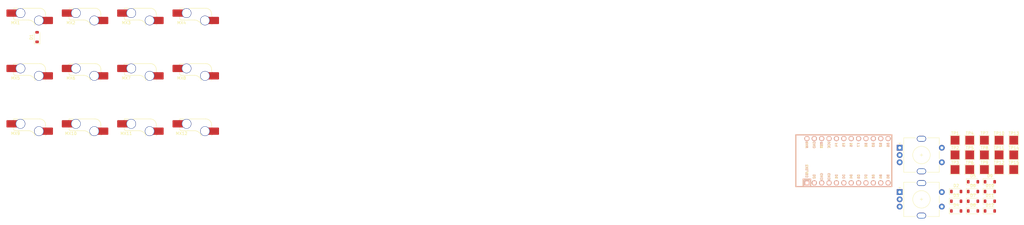
<source format=kicad_pcb>
(kicad_pcb (version 20221018) (generator pcbnew)
  (layers (0 "F.Cu" signal) (31 "B.Cu" signal) (34 "B.Paste" user) (35 "F.Paste" user) (36 "B.SilkS" user "B.Silkscreen") (37 "F.SilkS" user "F.Silkscreen") (38 "B.Mask" user) (39 "F.Mask" user) (44 "Edge.Cuts" user))
  (net 0 "")
  (net 1 "Net-(D1-K)")
  (net 2 "Net-(D1-A)")
  (net 3 "Net-(D2-A)")
  (net 4 "Net-(D3-A)")
  (net 5 "Net-(D4-A)")
  (net 6 "Net-(D5-K)")
  (net 7 "Net-(D5-A)")
  (net 8 "Net-(D6-A)")
  (net 9 "Net-(D7-A)")
  (net 10 "Net-(D8-A)")
  (net 11 "Net-(D10-K)")
  (net 12 "Net-(D9-A)")
  (net 13 "Net-(D10-A)")
  (net 14 "Net-(D11-A)")
  (net 15 "Net-(D12-A)")
  (net 16 "Net-(MX1-Pad1)")
  (net 17 "Net-(MX10-Pad1)")
  (net 18 "Net-(MX11-Pad1)")
  (net 19 "Net-(MX12-Pad1)")
  (footprint "TestPoint:TestPoint_Pad_3.0x3.0mm" (layer "F.Cu") (at 381.2555 92.9228)
    (fp_text reference "TP5" (at 0 -2.398) (layer "F.SilkS"))
    (fp_text value "TestPoint")
    (pad "1" smd rect (at 0 0) (size 3 3) (layers "F.Cu" "F.Mask") (net 1 "Net-(D1-K)"))
  )
  (footprint "Diode_SMD:D_SOD-123" (layer "F.Cu") (at 388.1905 105.5228)
    (fp_text reference "D10" (at 0 -2) (layer "F.SilkS"))
    (fp_text value "D_Small")
    (pad "1" smd roundrect (at -1.65 0) (size 0.9 1.2) (layers "F.Cu" "F.Paste" "F.Mask") (net 11 "Net-(D10-K)"))
    (pad "2" smd roundrect (at 1.65 0) (size 0.9 1.2) (layers "F.Cu" "F.Paste" "F.Mask") (net 13 "Net-(D10-A)"))
  )
  (footprint "Diode_SMD:D_SOD-123" (layer "F.Cu") (at 382.3955 105.5228)
    (fp_text reference "D6" (at 0 -2) (layer "F.SilkS"))
    (fp_text value "D_Small")
    (pad "1" smd roundrect (at -1.65 0) (size 0.9 1.2) (layers "F.Cu" "F.Paste" "F.Mask") (net 6 "Net-(D5-K)"))
    (pad "2" smd roundrect (at 1.65 0) (size 0.9 1.2) (layers "F.Cu" "F.Paste" "F.Mask") (net 8 "Net-(D6-A)"))
  )
  (footprint "TestPoint:TestPoint_Pad_3.0x3.0mm" (layer "F.Cu") (at 391.3555 87.8728)
    (fp_text reference "TP10" (at 0 -2.398) (layer "F.SilkS"))
    (fp_text value "TestPoint")
    (pad "1" smd rect (at 0 0) (size 3 3) (layers "F.Cu" "F.Mask"))
  )
  (footprint "Diode_SMD:D_SOD-123" (layer "F.Cu") (at 382.3955 112.2228)
    (fp_text reference "D8" (at 0 -2) (layer "F.SilkS"))
    (fp_text value "D_Small")
    (pad "1" smd roundrect (at -1.65 0) (size 0.9 1.2) (layers "F.Cu" "F.Paste" "F.Mask") (net 6 "Net-(D5-K)"))
    (pad "2" smd roundrect (at 1.65 0) (size 0.9 1.2) (layers "F.Cu" "F.Paste" "F.Mask") (net 10 "Net-(D8-A)"))
  )
  (footprint "Diode_SMD:D_SOD-123" (layer "F.Cu") (at 376.6005 108.8728)
    (fp_text reference "D3" (at 0 -2) (layer "F.SilkS"))
    (fp_text value "D_Small")
    (pad "1" smd roundrect (at -1.65 0) (size 0.9 1.2) (layers "F.Cu" "F.Paste" "F.Mask") (net 1 "Net-(D1-K)"))
    (pad "2" smd roundrect (at 1.65 0) (size 0.9 1.2) (layers "F.Cu" "F.Paste" "F.Mask") (net 4 "Net-(D3-A)"))
  )
  (footprint "marbastlib-mx:SW_MX_HS_1u" (layer "F.Cu") (at 76.1952 87.307)
    (fp_text reference "MX10" (at -4.25 -1.75) (layer "F.SilkS"))
    (fp_text value "MX_SW_HS" hide)
    (pad "" np_thru_hole circle (at -5.08 0) (size 1.75 1.75) (drill 1.75) (layers "*.Cu" "*.Mask"))
    (pad "" np_thru_hole circle (at 0 0) (size 3.9878 3.9878) (drill 3.9878) (layers "*.Cu" "*.Mask"))
    (pad "" np_thru_hole circle (at 5.08 0) (size 1.75 1.75) (drill 1.75) (layers "*.Cu" "*.Mask"))
    (pad "1" thru_hole circle (at 3.81 -2.54) (size 3.3 3.3) (drill 3) (layers "*.Cu" "*.Mask") (net 17 "Net-(MX10-Pad1)"))
    (pad "1" smd rect (at 5.635 -2.54 180) (size 1.65 2.5) (layers "F.Cu") (net 17 "Net-(MX10-Pad1)"))
    (pad "1" smd roundrect (at 7.36 -2.54) (size 2.55 2.5) (layers "F.Cu" "F.Paste" "F.Mask") (roundrect_rratio 0.1) (net 17 "Net-(MX10-Pad1)"))
    (pad "2" smd roundrect (at -6.09 -5.08) (size 2.55 2.5) (layers "F.Cu" "F.Paste" "F.Mask") (roundrect_rratio 0.1) (net 13 "Net-(D10-A)"))
    (pad "2" smd rect (at -4.34 -5.08) (size 1.65 2.5) (layers "F.Cu") (net 13 "Net-(D10-A)"))
    (pad "2" thru_hole circle (at -2.54 -5.08) (size 3.3 3.3) (drill 3) (layers "*.Cu" "*.Mask") (net 13 "Net-(D10-A)"))
  )
  (footprint "TestPoint:TestPoint_Pad_3.0x3.0mm" (layer "F.Cu") (at 396.4055 97.9728)
    (fp_text reference "TP15" (at 0 -2.398) (layer "F.SilkS"))
    (fp_text value "TestPoint")
    (pad "1" smd rect (at 0 0) (size 3 3) (layers "F.Cu" "F.Mask"))
  )
  (footprint "marbastlib-mx:SW_MX_HS_1u" (layer "F.Cu") (at 76.1952 49.2094)
    (fp_text reference "MX2" (at -4.25 -1.75) (layer "F.SilkS"))
    (fp_text value "MX_SW_HS" hide)
    (pad "" np_thru_hole circle (at -5.08 0) (size 1.75 1.75) (drill 1.75) (layers "*.Cu" "*.Mask"))
    (pad "" np_thru_hole circle (at 0 0) (size 3.9878 3.9878) (drill 3.9878) (layers "*.Cu" "*.Mask"))
    (pad "" np_thru_hole circle (at 5.08 0) (size 1.75 1.75) (drill 1.75) (layers "*.Cu" "*.Mask"))
    (pad "1" thru_hole circle (at 3.81 -2.54) (size 3.3 3.3) (drill 3) (layers "*.Cu" "*.Mask") (net 17 "Net-(MX10-Pad1)"))
    (pad "1" smd rect (at 5.635 -2.54 180) (size 1.65 2.5) (layers "F.Cu") (net 17 "Net-(MX10-Pad1)"))
    (pad "1" smd roundrect (at 7.36 -2.54) (size 2.55 2.5) (layers "F.Cu" "F.Paste" "F.Mask") (roundrect_rratio 0.1) (net 17 "Net-(MX10-Pad1)"))
    (pad "2" smd roundrect (at -6.09 -5.08) (size 2.55 2.5) (layers "F.Cu" "F.Paste" "F.Mask") (roundrect_rratio 0.1) (net 3 "Net-(D2-A)"))
    (pad "2" smd rect (at -4.34 -5.08) (size 1.65 2.5) (layers "F.Cu") (net 3 "Net-(D2-A)"))
    (pad "2" thru_hole circle (at -2.54 -5.08) (size 3.3 3.3) (drill 3) (layers "*.Cu" "*.Mask") (net 3 "Net-(D2-A)"))
  )
  (footprint "TestPoint:TestPoint_Pad_3.0x3.0mm" (layer "F.Cu") (at 376.2055 92.9228)
    (fp_text reference "TP2" (at 0 -2.398) (layer "F.SilkS"))
    (fp_text value "TestPoint")
    (pad "1" smd rect (at 0 0) (size 3 3) (layers "F.Cu" "F.Mask") (net 17 "Net-(MX10-Pad1)"))
  )
  (footprint "TestPoint:TestPoint_Pad_3.0x3.0mm" (layer "F.Cu") (at 376.2055 87.8728)
    (fp_text reference "TP1" (at 0 -2.398) (layer "F.SilkS"))
    (fp_text value "TestPoint")
    (pad "1" smd rect (at 0 0) (size 3 3) (layers "F.Cu" "F.Mask") (net 16 "Net-(MX1-Pad1)"))
  )
  (footprint "marbastlib-mx:SW_MX_HS_1u" (layer "F.Cu") (at 114.2928 49.2094)
    (fp_text reference "MX4" (at -4.25 -1.75) (layer "F.SilkS"))
    (fp_text value "MX_SW_HS" hide)
    (pad "" np_thru_hole circle (at -5.08 0) (size 1.75 1.75) (drill 1.75) (layers "*.Cu" "*.Mask"))
    (pad "" np_thru_hole circle (at 0 0) (size 3.9878 3.9878) (drill 3.9878) (layers "*.Cu" "*.Mask"))
    (pad "" np_thru_hole circle (at 5.08 0) (size 1.75 1.75) (drill 1.75) (layers "*.Cu" "*.Mask"))
    (pad "1" thru_hole circle (at 3.81 -2.54) (size 3.3 3.3) (drill 3) (layers "*.Cu" "*.Mask") (net 19 "Net-(MX12-Pad1)"))
    (pad "1" smd rect (at 5.635 -2.54 180) (size 1.65 2.5) (layers "F.Cu") (net 19 "Net-(MX12-Pad1)"))
    (pad "1" smd roundrect (at 7.36 -2.54) (size 2.55 2.5) (layers "F.Cu" "F.Paste" "F.Mask") (roundrect_rratio 0.1) (net 19 "Net-(MX12-Pad1)"))
    (pad "2" smd roundrect (at -6.09 -5.08) (size 2.55 2.5) (layers "F.Cu" "F.Paste" "F.Mask") (roundrect_rratio 0.1) (net 5 "Net-(D4-A)"))
    (pad "2" smd rect (at -4.34 -5.08) (size 1.65 2.5) (layers "F.Cu") (net 5 "Net-(D4-A)"))
    (pad "2" thru_hole circle (at -2.54 -5.08) (size 3.3 3.3) (drill 3) (layers "*.Cu" "*.Mask") (net 5 "Net-(D4-A)"))
  )
  (footprint "TestPoint:TestPoint_Pad_3.0x3.0mm" (layer "F.Cu") (at 381.2555 87.8728)
    (fp_text reference "TP4" (at 0 -2.398) (layer "F.SilkS"))
    (fp_text value "TestPoint")
    (pad "1" smd rect (at 0 0) (size 3 3) (layers "F.Cu" "F.Mask") (net 19 "Net-(MX12-Pad1)"))
  )
  (footprint "Diode_SMD:D_SOD-123" (layer "F.Cu") (at 376.6005 105.5228)
    (fp_text reference "D2" (at 0 -2) (layer "F.SilkS"))
    (fp_text value "D_Small")
    (pad "1" smd roundrect (at -1.65 0) (size 0.9 1.2) (layers "F.Cu" "F.Paste" "F.Mask") (net 1 "Net-(D1-K)"))
    (pad "2" smd roundrect (at 1.65 0) (size 0.9 1.2) (layers "F.Cu" "F.Paste" "F.Mask") (net 3 "Net-(D2-A)"))
  )
  (footprint "Diode_SMD:D_SOD-123" (layer "F.Cu") (at 388.1905 108.8728)
    (fp_text reference "D11" (at 0 -2) (layer "F.SilkS"))
    (fp_text value "D_Small")
    (pad "1" smd roundrect (at -1.65 0) (size 0.9 1.2) (layers "F.Cu" "F.Paste" "F.Mask") (net 11 "Net-(D10-K)"))
    (pad "2" smd roundrect (at 1.65 0) (size 0.9 1.2) (layers "F.Cu" "F.Paste" "F.Mask") (net 14 "Net-(D11-A)"))
  )
  (footprint "marbastlib-mx:SW_MX_HS_1u" (layer "F.Cu") (at 114.2928 68.2582)
    (fp_text reference "MX8" (at -4.25 -1.75) (layer "F.SilkS"))
    (fp_text value "MX_SW_HS" hide)
    (pad "" np_thru_hole circle (at -5.08 0) (size 1.75 1.75) (drill 1.75) (layers "*.Cu" "*.Mask"))
    (pad "" np_thru_hole circle (at 0 0) (size 3.9878 3.9878) (drill 3.9878) (layers "*.Cu" "*.Mask"))
    (pad "" np_thru_hole circle (at 5.08 0) (size 1.75 1.75) (drill 1.75) (layers "*.Cu" "*.Mask"))
    (pad "1" thru_hole circle (at 3.81 -2.54) (size 3.3 3.3) (drill 3) (layers "*.Cu" "*.Mask") (net 19 "Net-(MX12-Pad1)"))
    (pad "1" smd rect (at 5.635 -2.54 180) (size 1.65 2.5) (layers "F.Cu") (net 19 "Net-(MX12-Pad1)"))
    (pad "1" smd roundrect (at 7.36 -2.54) (size 2.55 2.5) (layers "F.Cu" "F.Paste" "F.Mask") (roundrect_rratio 0.1) (net 19 "Net-(MX12-Pad1)"))
    (pad "2" smd roundrect (at -6.09 -5.08) (size 2.55 2.5) (layers "F.Cu" "F.Paste" "F.Mask") (roundrect_rratio 0.1) (net 10 "Net-(D8-A)"))
    (pad "2" smd rect (at -4.34 -5.08) (size 1.65 2.5) (layers "F.Cu") (net 10 "Net-(D8-A)"))
    (pad "2" thru_hole circle (at -2.54 -5.08) (size 3.3 3.3) (drill 3) (layers "*.Cu" "*.Mask") (net 10 "Net-(D8-A)"))
  )
  (footprint "Diode_SMD:D_SOD-123" (layer "F.Cu") (at 60.3212 52.3842 90)
    (fp_text reference "D1" (at 0 -2 90) (layer "F.SilkS"))
    (fp_text value "D_Small")
    (pad "1" smd roundrect (at -1.65 0 90) (size 0.9 1.2) (layers "F.Cu" "F.Paste" "F.Mask") (net 1 "Net-(D1-K)"))
    (pad "2" smd roundrect (at 1.65 0 90) (size 0.9 1.2) (layers "F.Cu" "F.Paste" "F.Mask") (net 2 "Net-(D1-A)"))
  )
  (footprint "Keebio-Parts:RotaryEncoder_EC11" (layer "F.Cu") (at 364.6555 92.9728)
    (fp_text reference "SW1")
    (fp_text value "RotaryEncoder_Switch")
    (pad "" np_thru_hole oval (at 0 -5.6) (size 3.2 2) (drill oval 2.8 1.5) (layers "F&B.Cu" "*.Mask"))
    (pad "" np_thru_hole oval (at 0 5.6) (size 3.2 2) (drill oval 2.8 1.5) (layers "F&B.Cu" "*.Mask"))
    (pad "A" thru_hole rect (at -7.5 -2.5) (size 2 2) (drill 1) (layers "*.Cu" "*.Mask"))
    (pad "B" thru_hole circle (at -7.5 2.5) (size 2 2) (drill 1) (layers "*.Cu" "*.Mask"))
    (pad "C" thru_hole circle (at -7.5 0) (size 2 2) (drill 1) (layers "*.Cu" "*.Mask"))
    (pad "S1" thru_hole circle (at 7 2.5) (size 2 2) (drill 1) (layers "*.Cu" "*.Mask"))
    (pad "S2" thru_hole circle (at 7 -2.5) (size 2 2) (drill 1) (layers "*.Cu" "*.Mask"))
  )
  (footprint "marbastlib-mx:SW_MX_HS_1u" (layer "F.Cu") (at 95.244 87.307)
    (fp_text reference "MX11" (at -4.25 -1.75) (layer "F.SilkS"))
    (fp_text value "MX_SW_HS" hide)
    (pad "" np_thru_hole circle (at -5.08 0) (size 1.75 1.75) (drill 1.75) (layers "*.Cu" "*.Mask"))
    (pad "" np_thru_hole circle (at 0 0) (size 3.9878 3.9878) (drill 3.9878) (layers "*.Cu" "*.Mask"))
    (pad "" np_thru_hole circle (at 5.08 0) (size 1.75 1.75) (drill 1.75) (layers "*.Cu" "*.Mask"))
    (pad "1" thru_hole circle (at 3.81 -2.54) (size 3.3 3.3) (drill 3) (layers "*.Cu" "*.Mask") (net 18 "Net-(MX11-Pad1)"))
    (pad "1" smd rect (at 5.635 -2.54 180) (size 1.65 2.5) (layers "F.Cu") (net 18 "Net-(MX11-Pad1)"))
    (pad "1" smd roundrect (at 7.36 -2.54) (size 2.55 2.5) (layers "F.Cu" "F.Paste" "F.Mask") (roundrect_rratio 0.1) (net 18 "Net-(MX11-Pad1)"))
    (pad "2" smd roundrect (at -6.09 -5.08) (size 2.55 2.5) (layers "F.Cu" "F.Paste" "F.Mask") (roundrect_rratio 0.1) (net 14 "Net-(D11-A)"))
    (pad "2" smd rect (at -4.34 -5.08) (size 1.65 2.5) (layers "F.Cu") (net 14 "Net-(D11-A)"))
    (pad "2" thru_hole circle (at -2.54 -5.08) (size 3.3 3.3) (drill 3) (layers "*.Cu" "*.Mask") (net 14 "Net-(D11-A)"))
  )
  (footprint "TestPoint:TestPoint_Pad_3.0x3.0mm" (layer "F.Cu") (at 386.3055 87.8728)
    (fp_text reference "TP7" (at 0 -2.398) (layer "F.SilkS"))
    (fp_text value "TestPoint")
    (pad "1" smd rect (at 0 0) (size 3 3) (layers "F.Cu" "F.Mask") (net 11 "Net-(D10-K)"))
  )
  (footprint "TestPoint:TestPoint_Pad_3.0x3.0mm" (layer "F.Cu") (at 376.2055 97.9728)
    (fp_text reference "TP3" (at 0 -2.398) (layer "F.SilkS"))
    (fp_text value "TestPoint")
    (pad "1" smd rect (at 0 0) (size 3 3) (layers "F.Cu" "F.Mask") (net 18 "Net-(MX11-Pad1)"))
  )
  (footprint "Keebio-Parts:ArduinoProMicro" (layer "F.Cu") (at 339.2045 94.9283)
    (fp_text reference "U1" hide)
    (fp_text value "ProMicro" hide)
    (fp_text user "C6" (at 3.81 5.461 90) (layer "B.SilkS") (effects (font (size 0.8 0.8)) (justify mirror)))
    (fp_text user "B5" (at 13.97 5.461 90) (layer "B.SilkS") (effects (font (size 0.8 0.8)) (justify mirror)))
    (fp_text user "RAW" (at -13.97 -5.461 90) (layer "B.SilkS") (effects (font (size 0.8 0.8)) (justify mirror)))
    (fp_text user "ST" (at -8.91 -5.04 90) (layer "B.SilkS") (effects (font (size 0.8 0.8)) (justify mirror)))
    (fp_text user "D4" (at 1.27 5.461 90) (layer "B.SilkS") (effects (font (size 0.8 0.8)) (justify mirror)))
    (fp_text user "D2" (at -11.43 5.461 90) (layer "B.SilkS") (effects (font (size 0.8 0.8)) (justify mirror)))
    (fp_text user "E6" (at 8.89 5.461 90) (layer "B.SilkS") (effects (font (size 0.8 0.8)) (justify mirror)))
    (fp_text user "B6" (at 13.97 -5.461 90) (layer "B.SilkS") (effects (font (size 0.8 0.8)) (justify mirror)))
    (fp_text user "B1" (at 6.35 -5.461 90) (layer "B.SilkS") (effects (font (size 0.8 0.8)) (justify mirror)))
    (fp_text user "B3" (at 8.89 -5.461 90) (layer "B.SilkS") (effects (font (size 0.8 0.8)) (justify mirror)))
    (fp_text user "F5" (at -1.27 -5.461 90) (layer "B.SilkS") (effects (font (size 0.8 0.8)) (justify mirror)))
    (fp_text user "F7" (at 3.81 -5.461 90) (layer "B.SilkS") (effects (font (size 0.8 0.8)) (justify mirror)))
    (fp_text user "TX0/D3" (at -13.97 3.571872 90) (layer "B.SilkS") (effects (font (size 0.8 0.8)) (justify mirror)))
    (fp_text user "B4" (at 11.43 5.461 90) (layer "B.SilkS") (effects (font (size 0.8 0.8)) (justify mirror)))
    (fp_text user "GND" (at -8.89 5.461 90) (layer "B.SilkS") (effects (font (size 0.8 0.8)) (justify mirror)))
    (fp_text user "VCC" (at -6.35 -5.461 90) (layer "B.SilkS") (effects (font (size 0.8 0.8)) (justify mirror)))
    (fp_text user "D0" (at -1.27 5.461 90) (layer "B.SilkS") (effects (font (size 0.8 0.8)) (justify mirror)))
    (fp_text user "D1" (at -3.81 5.461 90) (layer "B.SilkS") (effects (font (size 0.8 0.8)) (justify mirror)))
    (fp_text user "GND" (at -11.43 -5.461 90) (layer "B.SilkS") (effects (font (size 0.8 0.8)) (justify mirror)))
    (fp_text user "F4" (at -3.81 -5.461 90) (layer "B.SilkS") (effects (font (size 0.8 0.8)) (justify mirror)))
    (fp_text user "D7" (at 6.35 5.461 90) (layer "B.SilkS") (effects (font (size 0.8 0.8)) (justify mirror)))
    (fp_text user "B2" (at 11.43 -5.461 90) (layer "B.SilkS") (effects (font (size 0.8 0.8)) (justify mirror)))
    (fp_text user "F6" (at 1.27 -5.461 90) (layer "B.SilkS") (effects (font (size 0.8 0.8)) (justify mirror)))
    (fp_text user "GND" (at -6.35 5.461 90) (layer "B.SilkS") (effects (font (size 0.8 0.8)) (justify mirror)))
    (fp_text user "D0" (at -1.27 5.461 90) (layer "F.SilkS") (effects (font (size 0.8 0.8))))
    (fp_text user "F6" (at 1.27 -5.461 90) (layer "F.SilkS") (effects (font (size 0.8 0.8))))
    (fp_text user "GND" (at -6.35 5.461 90) (layer "F.SilkS") (effects (font (size 0.8 0.8))))
    (fp_text user "VCC" (at -6.35 -5.461 90) (layer "F.SilkS") (effects (font (size 0.8 0.8))))
    (fp_text user "D7" (at 6.35 5.461 90) (layer "F.SilkS") (effects (font (size 0.8 0.8))))
    (fp_text user "D1" (at -3.81 5.461 90) (layer "F.SilkS") (effects (font (size 0.8 0.8))))
    (fp_text user "ST" (at -8.92 -5.73312 90) (layer "F.SilkS") (effects (font (size 0.8 0.8))))
    (fp_text user "B3" (at 8.89 -5.461 90) (layer "F.SilkS") (effects (font (size 0.8 0.8))))
    (fp_text user "B2" (at 11.43 -5.461 90) (layer "F.SilkS") (effects (font (size 0.8 0.8))))
    (fp_text user "F5" (at -1.27 -5.461 90) (layer "F.SilkS") (effects (font (size 0.8 0.8))))
    (fp_text user "F4" (at -3.81 -5.461 90) (layer "F.SilkS") (effects (font (size 0.8 0.8))))
    (fp_text user "GND" (at -8.89 5.461 90) (layer "F.SilkS") (effects (font (size 0.8 0.8))))
    (fp_text user "F7" (at 3.81 -5.461 90) (layer "F.SilkS") (effects (font (size 0.8 0.8))))
    (fp_text user "GND" (at -11.43 -5.461 90) (layer "F.SilkS") (effects (font (size 0.8 0.8))))
    (fp_text user "E6" (at 8.89 5.461 90) (layer "F.SilkS") (effects (font (size 0.8 0.8))))
    (fp_text user "TX0/D3" (at -13.97 3.571872 90) (layer "F.SilkS") (effects (font (size 0.8 0.8))))
    (fp_text user "B1" (at 6.35 -5.461 90) (layer "F.SilkS") (effects (font (size 0.8 0.8))))
    (fp_text user "RAW" (at -13.97 -5.461 90) (layer "F.SilkS") (effects (font (size 0.8 0.8))))
    (fp_text user "B6" (at 13.97 -5.461 90) (layer "F.SilkS") (effects (font (size 0.8 0.8))))
    (fp_text user "D4" (at 1.27 5.461 90) (layer "F.SilkS") (effects (font (size 0.8 0.8))))
    (fp_text user "C6" (at 3.81 5.461 90) (layer "F.SilkS") (effects (font (size 0.8 0.8))))
    (fp_text user "D2" (at -11.43 5.461 90) (layer "F.SilkS") (effects (font (size 0.8 0.8))))
    (fp_text user "B5" (at 13.97 5.461 90) (layer "F.SilkS") (effects (font (size 0.8 0.8))))
    (fp_text user "B4" (at 11.43 5.461 90) (layer "F.SilkS") (effects (font (size 0.8 0.8))))
    (pad "1" thru_hole rect (at -13.97 7.62) (size 1.7526 1.7526) (drill 1.0922) (layers "*.Cu" "*.SilkS" "*.Mask"))
    (pad "2" thru_hole circle (at -11.43 7.62) (size 1.7526 1.7526) (drill 1.0922) (layers "*.Cu" "*.SilkS" "*.Mask"))
    (pad "3" thru_hole circle (at -8.89 7.62) (size 1.7526 1.7526) (drill 1.0922) (layers "*.Cu" "*.SilkS" "*.Mask"))
    (pad "4" thru_hole circle (at -6.35 7.62) (size 1.7526 1.7526) (drill 1.0922) (layers "*.Cu" "*.SilkS" "*.Mask"))
    (pad "5" thru_hole circle (at -3.81 7.62) (size 1.7526 1.7526) (drill 1.0922) (layers "*.Cu" "*.SilkS" "*.Mask"))
    (pad "6" thru_hole circle (at -1.27 7.62) (size 1.7526 1.7526) (drill 1.0922) (layers "*.Cu" "*.SilkS" "*.Mask"))
    (pad "7" thru_hole circle (at 1.27 7.62) (size 1.7526 1.7526) (drill 1.0922) (layers "*.Cu" "*.SilkS" "*.Mask"))
    (pad "8" thru_hole circle (at 3.81 7.62) (size 1.7526 1.7526) (drill 1.0922) (layers "*.Cu" "*.SilkS" "*.Mask"))
    (pad "9" thru_hole circle (at 6.35 7.62) (size 1.7526 1.7526) (drill 1.0922) (layers "*.Cu" "*.SilkS" "*.Mask"))
    (pad "10" thru_hole circle (at 8.89 7.62) (size 1.7526 1.7526) (drill 1.0922) (layers "*.Cu" "*.SilkS" "*.Mask"))
    (pad "11" thru_hole circle (at 11.43 7.62) (size 1.7526 1.7526) (drill 1.0922) (layers "*.Cu" "*.SilkS" "*.Mask"))
    (pad "12" thru_hole circle (at 13.97 7.62) (size 1.7526 1.7526) (drill 1.0922) (layers "*.Cu" "*.SilkS" "*.Mask"))
    (pad "13" thru_hole circle (at 13.97 -7.62) (size 1.7526 1.7526) (drill 1.0922) (layers "*.Cu" "*.SilkS" "*.Mask"))
    (pad "14" thru_hole circle (at 11.43 -7.62) (size 1.7526 1.7526) (drill 1.0922) (layers "*.Cu" "*.SilkS" "*.Mask"))
    (pad "15" thru_hole circle (at 8.89 -7.62) (size 1.7526 1.7526) (drill 1.0922) (layers "*.Cu" "*.SilkS" "*.Mask"))
    (pad "16" thru_hole circle (at 6.35 -7.62) (size 1.7526 1.7526) (drill 1.0922) (layers "*.Cu" "*.SilkS" "*.Mask"))
    (pad "17" thru_hole circle (at 3.81 -7.62) (size 1.7526 1.7526) (drill 1.0922) (layers "*.Cu" "*.SilkS" "*.Mask"))
    (pad "18" thru_hole circle (at 1.27 -7.62) (size 1.7526 1.7526) (drill 1.0922) (layers "*.Cu" "*.SilkS" "*.Mask"))
    (pad "19" thru_hole circle (at -1.27 -7.62) (size 1.7526 1.7526) (drill 1.0922) (layers "*.Cu" "*.SilkS" "*.Mask"))
    (pad "20" thru_hole circle (at -3.81 -7.62) (size 1.7526 1.7526) (drill 1.0922) (layers "*.Cu" "*.SilkS" "*.Mask"))
    (pad "21" thru_hole circle (at -6.35 -7.62) (size 1.7526 1.7526) (drill 1.0922) (layers "*.Cu" "*.SilkS" "*.Mask"))
    (pad "22" thru_hole circle (at -8.89 -7.62) (size 1.7526 1.7526) (drill 1.0922) (layers "*.Cu" "*.SilkS" "*.Mask"))
    (pad "23" thru_hole circle (at -11.43 -7.62) (size 1.7526 1.7526) (drill 1.0922) (layers "*.Cu" "*.SilkS" "*.Mask"))
    (pad "24" thru_hole circle (at -13.97 -7.62) (size 1.7526 1.7526) (drill 1.0922) (layers "*.Cu" "*.SilkS" "*.Mask"))
  )
  (footprint "marbastlib-mx:SW_MX_HS_1u" (layer "F.Cu") (at 57.1464 87.307)
    (fp_text reference "MX9" (at -4.25 -1.75) (layer "F.SilkS"))
    (fp_text value "MX_SW_HS" hide)
    (pad "" np_thru_hole circle (at -5.08 0) (size 1.75 1.75) (drill 1.75) (layers "*.Cu" "*.Mask"))
    (pad "" np_thru_hole circle (at 0 0) (size 3.9878 3.9878) (drill 3.9878) (layers "*.Cu" "*.Mask"))
    (pad "" np_thru_hole circle (at 5.08 0) (size 1.75 1.75) (drill 1.75) (layers "*.Cu" "*.Mask"))
    (pad "1" thru_hole circle (at 3.81 -2.54) (size 3.3 3.3) (drill 3) (layers "*.Cu" "*.Mask") (net 16 "Net-(MX1-Pad1)"))
    (pad "1" smd rect (at 5.635 -2.54 180) (size 1.65 2.5) (layers "F.Cu") (net 16 "Net-(MX1-Pad1)"))
    (pad "1" smd roundrect (at 7.36 -2.54) (size 2.55 2.5) (layers "F.Cu" "F.Paste" "F.Mask") (roundrect_rratio 0.1) (net 16 "Net-(MX1-Pad1)"))
    (pad "2" smd roundrect (at -6.09 -5.08) (size 2.55 2.5) (layers "F.Cu" "F.Paste" "F.Mask") (roundrect_rratio 0.1) (net 12 "Net-(D9-A)"))
    (pad "2" smd rect (at -4.34 -5.08) (size 1.65 2.5) (layers "F.Cu") (net 12 "Net-(D9-A)"))
    (pad "2" thru_hole circle (at -2.54 -5.08) (size 3.3 3.3) (drill 3) (layers "*.Cu" "*.Mask") (net 12 "Net-(D9-A)"))
  )
  (footprint "Diode_SMD:D_SOD-123" (layer "F.Cu") (at 388.1905 112.2228)
    (fp_text reference "D12" (at 0 -2) (layer "F.SilkS"))
    (fp_text value "D_Small")
    (pad "1" smd roundrect (at -1.65 0) (size 0.9 1.2) (layers "F.Cu" "F.Paste" "F.Mask") (net 11 "Net-(D10-K)"))
    (pad "2" smd roundrect (at 1.65 0) (size 0.9 1.2) (layers "F.Cu" "F.Paste" "F.Mask") (net 15 "Net-(D12-A)"))
  )
  (footprint "Diode_SMD:D_SOD-123" (layer "F.Cu") (at 382.3955 102.1728)
    (fp_text reference "D5" (at 0 -2) (layer "F.SilkS"))
    (fp_text value "D_Small")
    (pad "1" smd roundrect (at -1.65 0) (size 0.9 1.2) (layers "F.Cu" "F.Paste" "F.Mask") (net 6 "Net-(D5-K)"))
    (pad "2" smd roundrect (at 1.65 0) (size 0.9 1.2) (layers "F.Cu" "F.Paste" "F.Mask") (net 7 "Net-(D5-A)"))
  )
  (footprint "marbastlib-mx:SW_MX_HS_1u" (layer "F.Cu") (at 76.1952 68.2582)
    (fp_text reference "MX6" (at -4.25 -1.75) (layer "F.SilkS"))
    (fp_text value "MX_SW_HS" hide)
    (pad "" np_thru_hole circle (at -5.08 0) (size 1.75 1.75) (drill 1.75) (layers "*.Cu" "*.Mask"))
    (pad "" np_thru_hole circle (at 0 0) (size 3.9878 3.9878) (drill 3.9878) (layers "*.Cu" "*.Mask"))
    (pad "" np_thru_hole circle (at 5.08 0) (size 1.75 1.75) (drill 1.75) (layers "*.Cu" "*.Mask"))
    (pad "1" thru_hole circle (at 3.81 -2.54) (size 3.3 3.3) (drill 3) (layers "*.Cu" "*.Mask") (net 17 "Net-(MX10-Pad1)"))
    (pad "1" smd rect (at 5.635 -2.54 180) (size 1.65 2.5) (layers "F.Cu") (net 17 "Net-(MX10-Pad1)"))
    (pad "1" smd roundrect (at 7.36 -2.54) (size 2.55 2.5) (layers "F.Cu" "F.Paste" "F.Mask") (roundrect_rratio 0.1) (net 17 "Net-(MX10-Pad1)"))
    (pad "2" smd roundrect (at -6.09 -5.08) (size 2.55 2.5) (layers "F.Cu" "F.Paste" "F.Mask") (roundrect_rratio 0.1) (net 8 "Net-(D6-A)"))
    (pad "2" smd rect (at -4.34 -5.08) (size 1.65 2.5) (layers "F.Cu") (net 8 "Net-(D6-A)"))
    (pad "2" thru_hole circle (at -2.54 -5.08) (size 3.3 3.3) (drill 3) (layers "*.Cu" "*.Mask") (net 8 "Net-(D6-A)"))
  )
  (footprint "TestPoint:TestPoint_Pad_3.0x3.0mm" (layer "F.Cu") (at 386.3055 97.9728)
    (fp_text reference "TP9" (at 0 -2.398) (layer "F.SilkS"))
    (fp_text value "TestPoint")
    (pad "1" smd rect (at 0 0) (size 3 3) (layers "F.Cu" "F.Mask"))
  )
  (footprint "Diode_SMD:D_SOD-123" (layer "F.Cu") (at 376.6005 112.2228)
    (fp_text reference "D4" (at 0 -2) (layer "F.SilkS"))
    (fp_text value "D_Small")
    (pad "1" smd roundrect (at -1.65 0) (size 0.9 1.2) (layers "F.Cu" "F.Paste" "F.Mask") (net 1 "Net-(D1-K)"))
    (pad "2" smd roundrect (at 1.65 0) (size 0.9 1.2) (layers "F.Cu" "F.Paste" "F.Mask") (net 5 "Net-(D4-A)"))
  )
  (footprint "marbastlib-mx:SW_MX_HS_1u" (layer "F.Cu") (at 57.1464 49.2094)
    (fp_text reference "MX1" (at -4.25 -1.75) (layer "F.SilkS"))
    (fp_text value "MX_SW_HS" hide)
    (pad "" np_thru_hole circle (at -5.08 0) (size 1.75 1.75) (drill 1.75) (layers "*.Cu" "*.Mask"))
    (pad "" np_thru_hole circle (at 0 0) (size 3.9878 3.9878) (drill 3.9878) (layers "*.Cu" "*.Mask"))
    (pad "" np_thru_hole circle (at 5.08 0) (size 1.75 1.75) (drill 1.75) (layers "*.Cu" "*.Mask"))
    (pad "1" thru_hole circle (at 3.81 -2.54) (size 3.3 3.3) (drill 3) (layers "*.Cu" "*.Mask") (net 16 "Net-(MX1-Pad1)"))
    (pad "1" smd rect (at 5.635 -2.54 180) (size 1.65 2.5) (layers "F.Cu") (net 16 "Net-(MX1-Pad1)"))
    (pad "1" smd roundrect (at 7.36 -2.54) (size 2.55 2.5) (layers "F.Cu" "F.Paste" "F.Mask") (roundrect_rratio 0.1) (net 16 "Net-(MX1-Pad1)"))
    (pad "2" smd roundrect (at -6.09 -5.08) (size 2.55 2.5) (layers "F.Cu" "F.Paste" "F.Mask") (roundrect_rratio 0.1) (net 2 "Net-(D1-A)"))
    (pad "2" smd rect (at -4.34 -5.08) (size 1.65 2.5) (layers "F.Cu") (net 2 "Net-(D1-A)"))
    (pad "2" thru_hole circle (at -2.54 -5.08) (size 3.3 3.3) (drill 3) (layers "*.Cu" "*.Mask") (net 2 "Net-(D1-A)"))
  )
  (footprint "marbastlib-mx:SW_MX_HS_1u" (layer "F.Cu") (at 95.244 49.2094)
    (fp_text reference "MX3" (at -4.25 -1.75) (layer "F.SilkS"))
    (fp_text value "MX_SW_HS" hide)
    (pad "" np_thru_hole circle (at -5.08 0) (size 1.75 1.75) (drill 1.75) (layers "*.Cu" "*.Mask"))
    (pad "" np_thru_hole circle (at 0 0) (size 3.9878 3.9878) (drill 3.9878) (layers "*.Cu" "*.Mask"))
    (pad "" np_thru_hole circle (at 5.08 0) (size 1.75 1.75) (drill 1.75) (layers "*.Cu" "*.Mask"))
    (pad "1" thru_hole circle (at 3.81 -2.54) (size 3.3 3.3) (drill 3) (layers "*.Cu" "*.Mask") (net 18 "Net-(MX11-Pad1)"))
    (pad "1" smd rect (at 5.635 -2.54 180) (size 1.65 2.5) (layers "F.Cu") (net 18 "Net-(MX11-Pad1)"))
    (pad "1" smd roundrect (at 7.36 -2.54) (size 2.55 2.5) (layers "F.Cu" "F.Paste" "F.Mask") (roundrect_rratio 0.1) (net 18 "Net-(MX11-Pad1)"))
    (pad "2" smd roundrect (at -6.09 -5.08) (size 2.55 2.5) (layers "F.Cu" "F.Paste" "F.Mask") (roundrect_rratio 0.1) (net 4 "Net-(D3-A)"))
    (pad "2" smd rect (at -4.34 -5.08) (size 1.65 2.5) (layers "F.Cu") (net 4 "Net-(D3-A)"))
    (pad "2" thru_hole circle (at -2.54 -5.08) (size 3.3 3.3) (drill 3) (layers "*.Cu" "*.Mask") (net 4 "Net-(D3-A)"))
  )
  (footprint "TestPoint:TestPoint_Pad_3.0x3.0mm" (layer "F.Cu") (at 396.4055 92.9228)
    (fp_text reference "TP14" (at 0 -2.398) (layer "F.SilkS"))
    (fp_text value "TestPoint")
    (pad "1" smd rect (at 0 0) (size 3 3) (layers "F.Cu" "F.Mask"))
  )
  (footprint "Diode_SMD:D_SOD-123" (layer "F.Cu") (at 382.3955 108.8728)
    (fp_text reference "D7" (at 0 -2) (layer "F.SilkS"))
    (fp_text value "D_Small")
    (pad "1" smd roundrect (at -1.65 0) (size 0.9 1.2) (layers "F.Cu" "F.Paste" "F.Mask") (net 6 "Net-(D5-K)"))
    (pad "2" smd roundrect (at 1.65 0) (size 0.9 1.2) (layers "F.Cu" "F.Paste" "F.Mask") (net 9 "Net-(D7-A)"))
  )
  (footprint "TestPoint:TestPoint_Pad_3.0x3.0mm" (layer "F.Cu") (at 391.3555 92.9228)
    (fp_text reference "TP11" (at 0 -2.398) (layer "F.SilkS"))
    (fp_text value "TestPoint")
    (pad "1" smd rect (at 0 0) (size 3 3) (layers "F.Cu" "F.Mask"))
  )
  (footprint "TestPoint:TestPoint_Pad_3.0x3.0mm" (layer "F.Cu") (at 381.2555 97.9728)
    (fp_text reference "TP6" (at 0 -2.398) (layer "F.SilkS"))
    (fp_text value "TestPoint")
    (pad "1" smd rect (at 0 0) (size 3 3) (layers "F.Cu" "F.Mask") (net 6 "Net-(D5-K)"))
  )
  (footprint "marbastlib-mx:SW_MX_HS_1u" (layer "F.Cu") (at 57.1464 68.2582)
    (fp_text reference "MX5" (at -4.25 -1.75) (layer "F.SilkS"))
    (fp_text value "MX_SW_HS" hide)
    (pad "" np_thru_hole circle (at -5.08 0) (size 1.75 1.75) (drill 1.75) (layers "*.Cu" "*.Mask"))
    (pad "" np_thru_hole circle (at 0 0) (size 3.9878 3.9878) (drill 3.9878) (layers "*.Cu" "*.Mask"))
    (pad "" np_thru_hole circle (at 5.08 0) (size 1.75 1.75) (drill 1.75) (layers "*.Cu" "*.Mask"))
    (pad "1" thru_hole circle (at 3.81 -2.54) (size 3.3 3.3) (drill 3) (layers "*.Cu" "*.Mask") (net 16 "Net-(MX1-Pad1)"))
    (pad "1" smd rect (at 5.635 -2.54 180) (size 1.65 2.5) (layers "F.Cu") (net 16 "Net-(MX1-Pad1)"))
    (pad "1" smd roundrect (at 7.36 -2.54) (size 2.55 2.5) (layers "F.Cu" "F.Paste" "F.Mask") (roundrect_rratio 0.1) (net 16 "Net-(MX1-Pad1)"))
    (pad "2" smd roundrect (at -6.09 -5.08) (size 2.55 2.5) (layers "F.Cu" "F.Paste" "F.Mask") (roundrect_rratio 0.1) (net 7 "Net-(D5-A)"))
    (pad "2" smd rect (at -4.34 -5.08) (size 1.65 2.5) (layers "F.Cu") (net 7 "Net-(D5-A)"))
    (pad "2" thru_hole circle (at -2.54 -5.08) (size 3.3 3.3) (drill 3) (layers "*.Cu" "*.Mask") (net 7 "Net-(D5-A)"))
  )
  (footprint "marbastlib-mx:SW_MX_HS_1u" (layer "F.Cu") (at 114.2928 87.307)
    (fp_text reference "MX12" (at -4.25 -1.75) (layer "F.SilkS"))
    (fp_text value "MX_SW_HS" hide)
    (pad "" np_thru_hole circle (at -5.08 0) (size 1.75 1.75) (drill 1.75) (layers "*.Cu" "*.Mask"))
    (pad "" np_thru_hole circle (at 0 0) (size 3.9878 3.9878) (drill 3.9878) (layers "*.Cu" "*.Mask"))
    (pad "" np_thru_hole circle (at 5.08 0) (size 1.75 1.75) (drill 1.75) (layers "*.Cu" "*.Mask"))
    (pad "1" thru_hole circle (at 3.81 -2.54) (size 3.3 3.3) (drill 3) (layers "*.Cu" "*.Mask") (net 19 "Net-(MX12-Pad1)"))
    (pad "1" smd rect (at 5.635 -2.54 180) (size 1.65 2.5) (layers "F.Cu") (net 19 "Net-(MX12-Pad1)"))
    (pad "1" smd roundrect (at 7.36 -2.54) (size 2.55 2.5) (layers "F.Cu" "F.Paste" "F.Mask") (roundrect_rratio 0.1) (net 19 "Net-(MX12-Pad1)"))
    (pad "2" smd roundrect (at -6.09 -5.08) (size 2.55 2.5) (layers "F.Cu" "F.Paste" "F.Mask") (roundrect_rratio 0.1) (net 15 "Net-(D12-A)"))
    (pad "2" smd rect (at -4.34 -5.08) (size 1.65 2.5) (layers "F.Cu") (net 15 "Net-(D12-A)"))
    (pad "2" thru_hole circle (at -2.54 -5.08) (size 3.3 3.3) (drill 3) (layers "*.Cu" "*.Mask") (net 15 "Net-(D12-A)"))
  )
  (footprint "TestPoint:TestPoint_Pad_3.0x3.0mm" (layer "F.Cu") (at 386.3055 92.9228)
    (fp_text reference "TP8" (at 0 -2.398) (layer "F.SilkS"))
    (fp_text value "TestPoint")
    (pad "1" smd rect (at 0 0) (size 3 3) (layers "F.Cu" "F.Mask"))
  )
  (footprint "Diode_SMD:D_SOD-123" (layer "F.Cu") (at 388.1905 102.1728)
    (fp_text reference "D9" (at 0 -2) (layer "F.SilkS"))
    (fp_text value "D_Small")
    (pad "1" smd roundrect (at -1.65 0) (size 0.9 1.2) (layers "F.Cu" "F.Paste" "F.Mask") (net 11 "Net-(D10-K)"))
    (pad "2" smd roundrect (at 1.65 0) (size 0.9 1.2) (layers "F.Cu" "F.Paste" "F.Mask") (net 12 "Net-(D9-A)"))
  )
  (footprint "marbastlib-mx:SW_MX_HS_1u" (layer "F.Cu") (at 95.244 68.2582)
    (fp_text reference "MX7" (at -4.25 -1.75) (layer "F.SilkS"))
    (fp_text value "MX_SW_HS" hide)
    (pad "" np_thru_hole circle (at -5.08 0) (size 1.75 1.75) (drill 1.75) (layers "*.Cu" "*.Mask"))
    (pad "" np_thru_hole circle (at 0 0) (size 3.9878 3.9878) (drill 3.9878) (layers "*.Cu" "*.Mask"))
    (pad "" np_thru_hole circle (at 5.08 0) (size 1.75 1.75) (drill 1.75) (layers "*.Cu" "*.Mask"))
    (pad "1" thru_hole circle (at 3.81 -2.54) (size 3.3 3.3) (drill 3) (layers "*.Cu" "*.Mask") (net 18 "Net-(MX11-Pad1)"))
    (pad "1" smd rect (at 5.635 -2.54 180) (size 1.65 2.5) (layers "F.Cu") (net 18 "Net-(MX11-Pad1)"))
    (pad "1" smd roundrect (at 7.36 -2.54) (size 2.55 2.5) (layers "F.Cu" "F.Paste" "F.Mask") (roundrect_rratio 0.1) (net 18 "Net-(MX11-Pad1)"))
    (pad "2" smd roundrect (at -6.09 -5.08) (size 2.55 2.5) (layers "F.Cu" "F.Paste" "F.Mask") (roundrect_rratio 0.1) (net 9 "Net-(D7-A)"))
    (pad "2" smd rect (at -4.34 -5.08) (size 1.65 2.5) (layers "F.Cu") (net 9 "Net-(D7-A)"))
    (pad "2" thru_hole circle (at -2.54 -5.08) (size 3.3 3.3) (drill 3) (layers "*.Cu" "*.Mask") (net 9 "Net-(D7-A)"))
  )
  (footprint "TestPoint:TestPoint_Pad_3.0x3.0mm" (layer "F.Cu") (at 396.4055 87.8728)
    (fp_text reference "TP13" (at 0 -2.398) (layer "F.SilkS"))
    (fp_text value "TestPoint")
    (pad "1" smd rect (at 0 0) (size 3 3) (layers "F.Cu" "F.Mask"))
  )
  (footprint "TestPoint:TestPoint_Pad_3.0x3.0mm" (layer "F.Cu") (at 391.3555 97.9728)
    (fp_text reference "TP12" (at 0 -2.398) (layer "F.SilkS"))
    (fp_text value "TestPoint")
    (pad "1" smd rect (at 0 0) (size 3 3) (layers "F.Cu" "F.Mask"))
  )
  (footprint "Keebio-Parts:RotaryEncoder_EC11" (layer "F.Cu") (at 364.6555 108.2228)
    (fp_text reference "SW2")
    (fp_text value "RotaryEncoder_Switch")
    (pad "" np_thru_hole oval (at 0 -5.6) (size 3.2 2) (drill oval 2.8 1.5) (layers "F&B.Cu" "*.Mask"))
    (pad "" np_thru_hole oval (at 0 5.6) (size 3.2 2) (drill oval 2.8 1.5) (layers "F&B.Cu" "*.Mask"))
    (pad "A" thru_hole rect (at -7.5 -2.5) (size 2 2) (drill 1) (layers "*.Cu" "*.Mask"))
    (pad "B" thru_hole circle (at -7.5 2.5) (size 2 2) (drill 1) (layers "*.Cu" "*.Mask"))
    (pad "C" thru_hole circle (at -7.5 0) (size 2 2) (drill 1) (layers "*.Cu" "*.Mask"))
    (pad "S1" thru_hole circle (at 7 2.5) (size 2 2) (drill 1) (layers "*.Cu" "*.Mask"))
    (pad "S2" thru_hole circle (at 7 -2.5) (size 2 2) (drill 1) (layers "*.Cu" "*.Mask"))
  )
)
</source>
